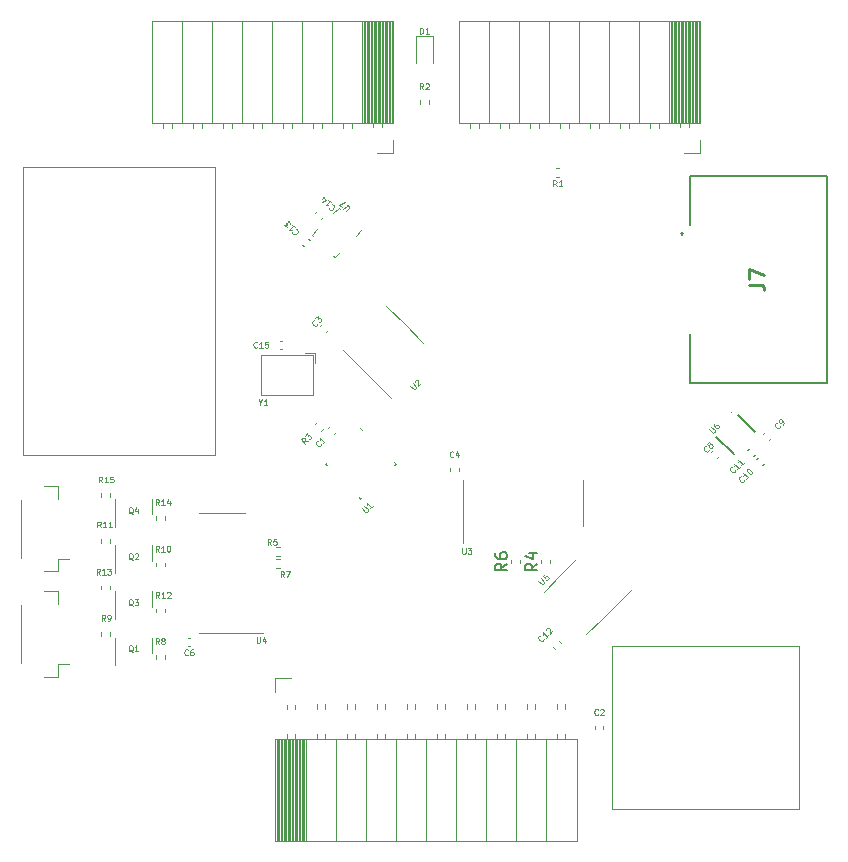
<source format=gbr>
%TF.GenerationSoftware,KiCad,Pcbnew,(6.0.9)*%
%TF.CreationDate,2022-11-26T13:31:22+01:00*%
%TF.ProjectId,MCU_PCB,4d43555f-5043-4422-9e6b-696361645f70,rev?*%
%TF.SameCoordinates,Original*%
%TF.FileFunction,Legend,Top*%
%TF.FilePolarity,Positive*%
%FSLAX46Y46*%
G04 Gerber Fmt 4.6, Leading zero omitted, Abs format (unit mm)*
G04 Created by KiCad (PCBNEW (6.0.9)) date 2022-11-26 13:31:22*
%MOMM*%
%LPD*%
G01*
G04 APERTURE LIST*
%ADD10C,0.125000*%
%ADD11C,0.254000*%
%ADD12C,0.150000*%
%ADD13C,0.120000*%
%ADD14C,0.200000*%
%ADD15C,0.127000*%
%ADD16C,0.100000*%
G04 APERTURE END LIST*
D10*
%TO.C,D1*%
X127088152Y-64970790D02*
X127088152Y-64470790D01*
X127207200Y-64470790D01*
X127278628Y-64494600D01*
X127326247Y-64542219D01*
X127350057Y-64589838D01*
X127373866Y-64685076D01*
X127373866Y-64756504D01*
X127350057Y-64851742D01*
X127326247Y-64899361D01*
X127278628Y-64946980D01*
X127207200Y-64970790D01*
X127088152Y-64970790D01*
X127850057Y-64970790D02*
X127564342Y-64970790D01*
X127707200Y-64970790D02*
X127707200Y-64470790D01*
X127659580Y-64542219D01*
X127611961Y-64589838D01*
X127564342Y-64613647D01*
%TO.C,U5*%
X137108763Y-111272111D02*
X137394973Y-111558321D01*
X137445480Y-111575157D01*
X137479152Y-111575157D01*
X137529660Y-111558321D01*
X137597003Y-111490977D01*
X137613839Y-111440470D01*
X137613839Y-111406798D01*
X137597003Y-111356290D01*
X137310793Y-111070080D01*
X137647511Y-110733363D02*
X137479152Y-110901722D01*
X137630675Y-111086916D01*
X137630675Y-111053245D01*
X137647511Y-111002737D01*
X137731690Y-110918558D01*
X137782198Y-110901722D01*
X137815870Y-110901722D01*
X137866377Y-110918558D01*
X137950557Y-111002737D01*
X137967393Y-111053245D01*
X137967393Y-111086916D01*
X137950557Y-111137424D01*
X137866377Y-111221603D01*
X137815870Y-111238439D01*
X137782198Y-111238439D01*
%TO.C,C12*%
X137572334Y-116223503D02*
X137572334Y-116257175D01*
X137538662Y-116324518D01*
X137504991Y-116358190D01*
X137437647Y-116391862D01*
X137370304Y-116391862D01*
X137319796Y-116375026D01*
X137235617Y-116324518D01*
X137185109Y-116274011D01*
X137134601Y-116189831D01*
X137117766Y-116139324D01*
X137117766Y-116071980D01*
X137151437Y-116004637D01*
X137185109Y-115970965D01*
X137252453Y-115937293D01*
X137286124Y-115937293D01*
X137942724Y-115920457D02*
X137740693Y-116122488D01*
X137841708Y-116021472D02*
X137488155Y-115667919D01*
X137504991Y-115752098D01*
X137504991Y-115819442D01*
X137488155Y-115869950D01*
X137757529Y-115465888D02*
X137757529Y-115432217D01*
X137774365Y-115381709D01*
X137858544Y-115297530D01*
X137909052Y-115280694D01*
X137942724Y-115280694D01*
X137993231Y-115297530D01*
X138026903Y-115331201D01*
X138060575Y-115398545D01*
X138060575Y-115802606D01*
X138279441Y-115583740D01*
%TO.C,C3*%
X118405943Y-89516994D02*
X118405943Y-89550666D01*
X118372271Y-89618009D01*
X118338600Y-89651681D01*
X118271256Y-89685353D01*
X118203912Y-89685353D01*
X118153405Y-89668517D01*
X118069225Y-89618009D01*
X118018718Y-89567502D01*
X117968210Y-89483322D01*
X117951374Y-89432815D01*
X117951374Y-89365471D01*
X117985046Y-89298128D01*
X118018718Y-89264456D01*
X118086061Y-89230784D01*
X118119733Y-89230784D01*
X118203912Y-89079261D02*
X118422779Y-88860395D01*
X118439615Y-89112933D01*
X118490122Y-89062425D01*
X118540630Y-89045590D01*
X118574302Y-89045590D01*
X118624809Y-89062425D01*
X118708989Y-89146605D01*
X118725825Y-89197112D01*
X118725825Y-89230784D01*
X118708989Y-89281292D01*
X118607974Y-89382307D01*
X118557466Y-89399143D01*
X118523794Y-89399143D01*
%TO.C,C2*%
X142156666Y-122606571D02*
X142132857Y-122630380D01*
X142061428Y-122654190D01*
X142013809Y-122654190D01*
X141942380Y-122630380D01*
X141894761Y-122582761D01*
X141870952Y-122535142D01*
X141847142Y-122439904D01*
X141847142Y-122368476D01*
X141870952Y-122273238D01*
X141894761Y-122225619D01*
X141942380Y-122178000D01*
X142013809Y-122154190D01*
X142061428Y-122154190D01*
X142132857Y-122178000D01*
X142156666Y-122201809D01*
X142347142Y-122201809D02*
X142370952Y-122178000D01*
X142418571Y-122154190D01*
X142537619Y-122154190D01*
X142585238Y-122178000D01*
X142609047Y-122201809D01*
X142632857Y-122249428D01*
X142632857Y-122297047D01*
X142609047Y-122368476D01*
X142323333Y-122654190D01*
X142632857Y-122654190D01*
%TO.C,Y1*%
X113579304Y-96203295D02*
X113579304Y-96441390D01*
X113412638Y-95941390D02*
X113579304Y-96203295D01*
X113745971Y-95941390D01*
X114174542Y-96441390D02*
X113888828Y-96441390D01*
X114031685Y-96441390D02*
X114031685Y-95941390D01*
X113984066Y-96012819D01*
X113936447Y-96060438D01*
X113888828Y-96084247D01*
%TO.C,R13*%
X99983171Y-110766990D02*
X99816504Y-110528895D01*
X99697457Y-110766990D02*
X99697457Y-110266990D01*
X99887933Y-110266990D01*
X99935552Y-110290800D01*
X99959361Y-110314609D01*
X99983171Y-110362228D01*
X99983171Y-110433657D01*
X99959361Y-110481276D01*
X99935552Y-110505085D01*
X99887933Y-110528895D01*
X99697457Y-110528895D01*
X100459361Y-110766990D02*
X100173647Y-110766990D01*
X100316504Y-110766990D02*
X100316504Y-110266990D01*
X100268885Y-110338419D01*
X100221266Y-110386038D01*
X100173647Y-110409847D01*
X100626028Y-110266990D02*
X100935552Y-110266990D01*
X100768885Y-110457466D01*
X100840314Y-110457466D01*
X100887933Y-110481276D01*
X100911742Y-110505085D01*
X100935552Y-110552704D01*
X100935552Y-110671752D01*
X100911742Y-110719371D01*
X100887933Y-110743180D01*
X100840314Y-110766990D01*
X100697457Y-110766990D01*
X100649838Y-110743180D01*
X100626028Y-110719371D01*
%TO.C,R1*%
X138651466Y-77899390D02*
X138484800Y-77661295D01*
X138365752Y-77899390D02*
X138365752Y-77399390D01*
X138556228Y-77399390D01*
X138603847Y-77423200D01*
X138627657Y-77447009D01*
X138651466Y-77494628D01*
X138651466Y-77566057D01*
X138627657Y-77613676D01*
X138603847Y-77637485D01*
X138556228Y-77661295D01*
X138365752Y-77661295D01*
X139127657Y-77899390D02*
X138841942Y-77899390D01*
X138984800Y-77899390D02*
X138984800Y-77399390D01*
X138937180Y-77470819D01*
X138889561Y-77518438D01*
X138841942Y-77542247D01*
%TO.C,U2*%
X126257613Y-94792361D02*
X126543823Y-95078571D01*
X126594330Y-95095407D01*
X126628002Y-95095407D01*
X126678510Y-95078571D01*
X126745853Y-95011227D01*
X126762689Y-94960720D01*
X126762689Y-94927048D01*
X126745853Y-94876540D01*
X126459643Y-94590330D01*
X126644838Y-94472479D02*
X126644838Y-94438808D01*
X126661674Y-94388300D01*
X126745853Y-94304121D01*
X126796361Y-94287285D01*
X126830033Y-94287285D01*
X126880540Y-94304121D01*
X126914212Y-94337792D01*
X126947884Y-94405136D01*
X126947884Y-94809197D01*
X127166750Y-94590330D01*
%TO.C,C8*%
X151545872Y-100184063D02*
X151545872Y-100217735D01*
X151512200Y-100285078D01*
X151478529Y-100318750D01*
X151411185Y-100352422D01*
X151343841Y-100352422D01*
X151293334Y-100335586D01*
X151209154Y-100285078D01*
X151158647Y-100234571D01*
X151108139Y-100150391D01*
X151091303Y-100099884D01*
X151091303Y-100032540D01*
X151124975Y-99965197D01*
X151158647Y-99931525D01*
X151225990Y-99897853D01*
X151259662Y-99897853D01*
X151579544Y-99813674D02*
X151529036Y-99830510D01*
X151495364Y-99830510D01*
X151444857Y-99813674D01*
X151428021Y-99796838D01*
X151411185Y-99746330D01*
X151411185Y-99712659D01*
X151428021Y-99662151D01*
X151495364Y-99594807D01*
X151545872Y-99577972D01*
X151579544Y-99577972D01*
X151630051Y-99594807D01*
X151646887Y-99611643D01*
X151663723Y-99662151D01*
X151663723Y-99695823D01*
X151646887Y-99746330D01*
X151579544Y-99813674D01*
X151562708Y-99864181D01*
X151562708Y-99897853D01*
X151579544Y-99948361D01*
X151646887Y-100015704D01*
X151697395Y-100032540D01*
X151731067Y-100032540D01*
X151781574Y-100015704D01*
X151848918Y-99948361D01*
X151865754Y-99897853D01*
X151865754Y-99864181D01*
X151848918Y-99813674D01*
X151781574Y-99746330D01*
X151731067Y-99729494D01*
X151697395Y-99729494D01*
X151646887Y-99746330D01*
%TO.C,R5*%
X114470666Y-108252390D02*
X114304000Y-108014295D01*
X114184952Y-108252390D02*
X114184952Y-107752390D01*
X114375428Y-107752390D01*
X114423047Y-107776200D01*
X114446857Y-107800009D01*
X114470666Y-107847628D01*
X114470666Y-107919057D01*
X114446857Y-107966676D01*
X114423047Y-107990485D01*
X114375428Y-108014295D01*
X114184952Y-108014295D01*
X114923047Y-107752390D02*
X114684952Y-107752390D01*
X114661142Y-107990485D01*
X114684952Y-107966676D01*
X114732571Y-107942866D01*
X114851619Y-107942866D01*
X114899238Y-107966676D01*
X114923047Y-107990485D01*
X114946857Y-108038104D01*
X114946857Y-108157152D01*
X114923047Y-108204771D01*
X114899238Y-108228580D01*
X114851619Y-108252390D01*
X114732571Y-108252390D01*
X114684952Y-108228580D01*
X114661142Y-108204771D01*
%TO.C,R7*%
X115562866Y-110995590D02*
X115396200Y-110757495D01*
X115277152Y-110995590D02*
X115277152Y-110495590D01*
X115467628Y-110495590D01*
X115515247Y-110519400D01*
X115539057Y-110543209D01*
X115562866Y-110590828D01*
X115562866Y-110662257D01*
X115539057Y-110709876D01*
X115515247Y-110733685D01*
X115467628Y-110757495D01*
X115277152Y-110757495D01*
X115729533Y-110495590D02*
X116062866Y-110495590D01*
X115848580Y-110995590D01*
%TO.C,U4*%
X113258647Y-116058190D02*
X113258647Y-116462952D01*
X113282457Y-116510571D01*
X113306266Y-116534380D01*
X113353885Y-116558190D01*
X113449123Y-116558190D01*
X113496742Y-116534380D01*
X113520552Y-116510571D01*
X113544361Y-116462952D01*
X113544361Y-116058190D01*
X113996742Y-116224857D02*
X113996742Y-116558190D01*
X113877695Y-116034380D02*
X113758647Y-116391523D01*
X114068171Y-116391523D01*
%TO.C,Q3*%
X102771580Y-113405409D02*
X102723961Y-113381600D01*
X102676342Y-113333980D01*
X102604914Y-113262552D01*
X102557295Y-113238742D01*
X102509676Y-113238742D01*
X102533485Y-113357790D02*
X102485866Y-113333980D01*
X102438247Y-113286361D01*
X102414438Y-113191123D01*
X102414438Y-113024457D01*
X102438247Y-112929219D01*
X102485866Y-112881600D01*
X102533485Y-112857790D01*
X102628723Y-112857790D01*
X102676342Y-112881600D01*
X102723961Y-112929219D01*
X102747771Y-113024457D01*
X102747771Y-113191123D01*
X102723961Y-113286361D01*
X102676342Y-113333980D01*
X102628723Y-113357790D01*
X102533485Y-113357790D01*
X102914438Y-112857790D02*
X103223961Y-112857790D01*
X103057295Y-113048266D01*
X103128723Y-113048266D01*
X103176342Y-113072076D01*
X103200152Y-113095885D01*
X103223961Y-113143504D01*
X103223961Y-113262552D01*
X103200152Y-113310171D01*
X103176342Y-113333980D01*
X103128723Y-113357790D01*
X102985866Y-113357790D01*
X102938247Y-113333980D01*
X102914438Y-113310171D01*
%TO.C,Q4*%
X102771580Y-105633009D02*
X102723961Y-105609200D01*
X102676342Y-105561580D01*
X102604914Y-105490152D01*
X102557295Y-105466342D01*
X102509676Y-105466342D01*
X102533485Y-105585390D02*
X102485866Y-105561580D01*
X102438247Y-105513961D01*
X102414438Y-105418723D01*
X102414438Y-105252057D01*
X102438247Y-105156819D01*
X102485866Y-105109200D01*
X102533485Y-105085390D01*
X102628723Y-105085390D01*
X102676342Y-105109200D01*
X102723961Y-105156819D01*
X102747771Y-105252057D01*
X102747771Y-105418723D01*
X102723961Y-105513961D01*
X102676342Y-105561580D01*
X102628723Y-105585390D01*
X102533485Y-105585390D01*
X103176342Y-105252057D02*
X103176342Y-105585390D01*
X103057295Y-105061580D02*
X102938247Y-105418723D01*
X103247771Y-105418723D01*
%TO.C,C9*%
X157591072Y-98202864D02*
X157591072Y-98236536D01*
X157557400Y-98303879D01*
X157523729Y-98337551D01*
X157456385Y-98371223D01*
X157389041Y-98371223D01*
X157338534Y-98354387D01*
X157254354Y-98303879D01*
X157203847Y-98253372D01*
X157153339Y-98169192D01*
X157136503Y-98118685D01*
X157136503Y-98051341D01*
X157170175Y-97983998D01*
X157203847Y-97950326D01*
X157271190Y-97916654D01*
X157304862Y-97916654D01*
X157793103Y-98068177D02*
X157860446Y-98000834D01*
X157877282Y-97950326D01*
X157877282Y-97916654D01*
X157860446Y-97832475D01*
X157809938Y-97748295D01*
X157675251Y-97613608D01*
X157624744Y-97596773D01*
X157591072Y-97596773D01*
X157540564Y-97613608D01*
X157473221Y-97680952D01*
X157456385Y-97731460D01*
X157456385Y-97765131D01*
X157473221Y-97815639D01*
X157557400Y-97899818D01*
X157607908Y-97916654D01*
X157641580Y-97916654D01*
X157692087Y-97899818D01*
X157759431Y-97832475D01*
X157776267Y-97781967D01*
X157776267Y-97748295D01*
X157759431Y-97697788D01*
%TO.C,R14*%
X104986971Y-104899590D02*
X104820304Y-104661495D01*
X104701257Y-104899590D02*
X104701257Y-104399590D01*
X104891733Y-104399590D01*
X104939352Y-104423400D01*
X104963161Y-104447209D01*
X104986971Y-104494828D01*
X104986971Y-104566257D01*
X104963161Y-104613876D01*
X104939352Y-104637685D01*
X104891733Y-104661495D01*
X104701257Y-104661495D01*
X105463161Y-104899590D02*
X105177447Y-104899590D01*
X105320304Y-104899590D02*
X105320304Y-104399590D01*
X105272685Y-104471019D01*
X105225066Y-104518638D01*
X105177447Y-104542447D01*
X105891733Y-104566257D02*
X105891733Y-104899590D01*
X105772685Y-104375780D02*
X105653638Y-104732923D01*
X105963161Y-104732923D01*
%TO.C,R10*%
X104986971Y-108836590D02*
X104820304Y-108598495D01*
X104701257Y-108836590D02*
X104701257Y-108336590D01*
X104891733Y-108336590D01*
X104939352Y-108360400D01*
X104963161Y-108384209D01*
X104986971Y-108431828D01*
X104986971Y-108503257D01*
X104963161Y-108550876D01*
X104939352Y-108574685D01*
X104891733Y-108598495D01*
X104701257Y-108598495D01*
X105463161Y-108836590D02*
X105177447Y-108836590D01*
X105320304Y-108836590D02*
X105320304Y-108336590D01*
X105272685Y-108408019D01*
X105225066Y-108455638D01*
X105177447Y-108479447D01*
X105772685Y-108336590D02*
X105820304Y-108336590D01*
X105867923Y-108360400D01*
X105891733Y-108384209D01*
X105915542Y-108431828D01*
X105939352Y-108527066D01*
X105939352Y-108646114D01*
X105915542Y-108741352D01*
X105891733Y-108788971D01*
X105867923Y-108812780D01*
X105820304Y-108836590D01*
X105772685Y-108836590D01*
X105725066Y-108812780D01*
X105701257Y-108788971D01*
X105677447Y-108741352D01*
X105653638Y-108646114D01*
X105653638Y-108527066D01*
X105677447Y-108431828D01*
X105701257Y-108384209D01*
X105725066Y-108360400D01*
X105772685Y-108336590D01*
%TO.C,C6*%
X107437466Y-117551971D02*
X107413657Y-117575780D01*
X107342228Y-117599590D01*
X107294609Y-117599590D01*
X107223180Y-117575780D01*
X107175561Y-117528161D01*
X107151752Y-117480542D01*
X107127942Y-117385304D01*
X107127942Y-117313876D01*
X107151752Y-117218638D01*
X107175561Y-117171019D01*
X107223180Y-117123400D01*
X107294609Y-117099590D01*
X107342228Y-117099590D01*
X107413657Y-117123400D01*
X107437466Y-117147209D01*
X107866038Y-117099590D02*
X107770800Y-117099590D01*
X107723180Y-117123400D01*
X107699371Y-117147209D01*
X107651752Y-117218638D01*
X107627942Y-117313876D01*
X107627942Y-117504352D01*
X107651752Y-117551971D01*
X107675561Y-117575780D01*
X107723180Y-117599590D01*
X107818419Y-117599590D01*
X107866038Y-117575780D01*
X107889847Y-117551971D01*
X107913657Y-117504352D01*
X107913657Y-117385304D01*
X107889847Y-117337685D01*
X107866038Y-117313876D01*
X107818419Y-117290066D01*
X107723180Y-117290066D01*
X107675561Y-117313876D01*
X107651752Y-117337685D01*
X107627942Y-117385304D01*
%TO.C,R8*%
X104996466Y-116659790D02*
X104829800Y-116421695D01*
X104710752Y-116659790D02*
X104710752Y-116159790D01*
X104901228Y-116159790D01*
X104948847Y-116183600D01*
X104972657Y-116207409D01*
X104996466Y-116255028D01*
X104996466Y-116326457D01*
X104972657Y-116374076D01*
X104948847Y-116397885D01*
X104901228Y-116421695D01*
X104710752Y-116421695D01*
X105282180Y-116374076D02*
X105234561Y-116350266D01*
X105210752Y-116326457D01*
X105186942Y-116278838D01*
X105186942Y-116255028D01*
X105210752Y-116207409D01*
X105234561Y-116183600D01*
X105282180Y-116159790D01*
X105377419Y-116159790D01*
X105425038Y-116183600D01*
X105448847Y-116207409D01*
X105472657Y-116255028D01*
X105472657Y-116278838D01*
X105448847Y-116326457D01*
X105425038Y-116350266D01*
X105377419Y-116374076D01*
X105282180Y-116374076D01*
X105234561Y-116397885D01*
X105210752Y-116421695D01*
X105186942Y-116469314D01*
X105186942Y-116564552D01*
X105210752Y-116612171D01*
X105234561Y-116635980D01*
X105282180Y-116659790D01*
X105377419Y-116659790D01*
X105425038Y-116635980D01*
X105448847Y-116612171D01*
X105472657Y-116564552D01*
X105472657Y-116469314D01*
X105448847Y-116421695D01*
X105425038Y-116397885D01*
X105377419Y-116374076D01*
%TO.C,C14*%
X119641116Y-79431238D02*
X119674788Y-79431238D01*
X119742131Y-79464910D01*
X119775803Y-79498581D01*
X119809475Y-79565925D01*
X119809475Y-79633268D01*
X119792639Y-79683776D01*
X119742131Y-79767955D01*
X119691624Y-79818463D01*
X119607444Y-79868971D01*
X119556937Y-79885806D01*
X119489593Y-79885806D01*
X119422250Y-79852135D01*
X119388578Y-79818463D01*
X119354906Y-79751119D01*
X119354906Y-79717448D01*
X119338070Y-79060848D02*
X119540101Y-79262879D01*
X119439085Y-79161864D02*
X119085532Y-79515417D01*
X119169711Y-79498581D01*
X119237055Y-79498581D01*
X119287563Y-79515417D01*
X118799322Y-78993505D02*
X119035024Y-78757803D01*
X118748814Y-79212371D02*
X119085532Y-79044013D01*
X118866666Y-78825146D01*
%TO.C,Q2*%
X102771580Y-109519209D02*
X102723961Y-109495400D01*
X102676342Y-109447780D01*
X102604914Y-109376352D01*
X102557295Y-109352542D01*
X102509676Y-109352542D01*
X102533485Y-109471590D02*
X102485866Y-109447780D01*
X102438247Y-109400161D01*
X102414438Y-109304923D01*
X102414438Y-109138257D01*
X102438247Y-109043019D01*
X102485866Y-108995400D01*
X102533485Y-108971590D01*
X102628723Y-108971590D01*
X102676342Y-108995400D01*
X102723961Y-109043019D01*
X102747771Y-109138257D01*
X102747771Y-109304923D01*
X102723961Y-109400161D01*
X102676342Y-109447780D01*
X102628723Y-109471590D01*
X102533485Y-109471590D01*
X102938247Y-109019209D02*
X102962057Y-108995400D01*
X103009676Y-108971590D01*
X103128723Y-108971590D01*
X103176342Y-108995400D01*
X103200152Y-109019209D01*
X103223961Y-109066828D01*
X103223961Y-109114447D01*
X103200152Y-109185876D01*
X102914438Y-109471590D01*
X103223961Y-109471590D01*
%TO.C,C4*%
X129913866Y-100787971D02*
X129890057Y-100811780D01*
X129818628Y-100835590D01*
X129771009Y-100835590D01*
X129699580Y-100811780D01*
X129651961Y-100764161D01*
X129628152Y-100716542D01*
X129604342Y-100621304D01*
X129604342Y-100549876D01*
X129628152Y-100454638D01*
X129651961Y-100407019D01*
X129699580Y-100359400D01*
X129771009Y-100335590D01*
X129818628Y-100335590D01*
X129890057Y-100359400D01*
X129913866Y-100383209D01*
X130342438Y-100502257D02*
X130342438Y-100835590D01*
X130223390Y-100311780D02*
X130104342Y-100668923D01*
X130413866Y-100668923D01*
%TO.C,C15*%
X113292771Y-91516971D02*
X113268961Y-91540780D01*
X113197533Y-91564590D01*
X113149914Y-91564590D01*
X113078485Y-91540780D01*
X113030866Y-91493161D01*
X113007057Y-91445542D01*
X112983247Y-91350304D01*
X112983247Y-91278876D01*
X113007057Y-91183638D01*
X113030866Y-91136019D01*
X113078485Y-91088400D01*
X113149914Y-91064590D01*
X113197533Y-91064590D01*
X113268961Y-91088400D01*
X113292771Y-91112209D01*
X113768961Y-91564590D02*
X113483247Y-91564590D01*
X113626104Y-91564590D02*
X113626104Y-91064590D01*
X113578485Y-91136019D01*
X113530866Y-91183638D01*
X113483247Y-91207447D01*
X114221342Y-91064590D02*
X113983247Y-91064590D01*
X113959438Y-91302685D01*
X113983247Y-91278876D01*
X114030866Y-91255066D01*
X114149914Y-91255066D01*
X114197533Y-91278876D01*
X114221342Y-91302685D01*
X114245152Y-91350304D01*
X114245152Y-91469352D01*
X114221342Y-91516971D01*
X114197533Y-91540780D01*
X114149914Y-91564590D01*
X114030866Y-91564590D01*
X113983247Y-91540780D01*
X113959438Y-91516971D01*
D11*
%TO.C,J7*%
X154964523Y-86223333D02*
X155871666Y-86223333D01*
X156053095Y-86283809D01*
X156174047Y-86404761D01*
X156234523Y-86586190D01*
X156234523Y-86707142D01*
X154964523Y-85739523D02*
X154964523Y-84892857D01*
X156234523Y-85437142D01*
D10*
%TO.C,U1*%
X122168213Y-105155561D02*
X122454423Y-105441771D01*
X122504930Y-105458607D01*
X122538602Y-105458607D01*
X122589110Y-105441771D01*
X122656453Y-105374427D01*
X122673289Y-105323920D01*
X122673289Y-105290248D01*
X122656453Y-105239740D01*
X122370243Y-104953530D01*
X123077350Y-104953530D02*
X122875320Y-105155561D01*
X122976335Y-105054546D02*
X122622782Y-104700992D01*
X122639617Y-104785172D01*
X122639617Y-104852515D01*
X122622782Y-104903023D01*
D12*
%TO.C,R4*%
X137006530Y-109839016D02*
X136530340Y-110172350D01*
X137006530Y-110410445D02*
X136006530Y-110410445D01*
X136006530Y-110029492D01*
X136054150Y-109934254D01*
X136101769Y-109886635D01*
X136197007Y-109839016D01*
X136339864Y-109839016D01*
X136435102Y-109886635D01*
X136482721Y-109934254D01*
X136530340Y-110029492D01*
X136530340Y-110410445D01*
X136339864Y-108981873D02*
X137006530Y-108981873D01*
X135958911Y-109219969D02*
X136673197Y-109458064D01*
X136673197Y-108839016D01*
D10*
%TO.C,C1*%
X118710743Y-99727793D02*
X118710743Y-99761465D01*
X118677071Y-99828808D01*
X118643400Y-99862480D01*
X118576056Y-99896152D01*
X118508712Y-99896152D01*
X118458205Y-99879316D01*
X118374025Y-99828808D01*
X118323518Y-99778301D01*
X118273010Y-99694121D01*
X118256174Y-99643614D01*
X118256174Y-99576270D01*
X118289846Y-99508927D01*
X118323518Y-99475255D01*
X118390861Y-99441583D01*
X118424533Y-99441583D01*
X119081132Y-99424747D02*
X118879102Y-99626778D01*
X118980117Y-99525763D02*
X118626564Y-99172209D01*
X118643400Y-99256389D01*
X118643400Y-99323732D01*
X118626564Y-99374240D01*
%TO.C,R15*%
X100186371Y-102969190D02*
X100019704Y-102731095D01*
X99900657Y-102969190D02*
X99900657Y-102469190D01*
X100091133Y-102469190D01*
X100138752Y-102493000D01*
X100162561Y-102516809D01*
X100186371Y-102564428D01*
X100186371Y-102635857D01*
X100162561Y-102683476D01*
X100138752Y-102707285D01*
X100091133Y-102731095D01*
X99900657Y-102731095D01*
X100662561Y-102969190D02*
X100376847Y-102969190D01*
X100519704Y-102969190D02*
X100519704Y-102469190D01*
X100472085Y-102540619D01*
X100424466Y-102588238D01*
X100376847Y-102612047D01*
X101114942Y-102469190D02*
X100876847Y-102469190D01*
X100853038Y-102707285D01*
X100876847Y-102683476D01*
X100924466Y-102659666D01*
X101043514Y-102659666D01*
X101091133Y-102683476D01*
X101114942Y-102707285D01*
X101138752Y-102754904D01*
X101138752Y-102873952D01*
X101114942Y-102921571D01*
X101091133Y-102945380D01*
X101043514Y-102969190D01*
X100924466Y-102969190D01*
X100876847Y-102945380D01*
X100853038Y-102921571D01*
%TO.C,U6*%
X151548942Y-98449030D02*
X151835152Y-98735240D01*
X151885659Y-98752076D01*
X151919331Y-98752076D01*
X151969839Y-98735240D01*
X152037182Y-98667896D01*
X152054018Y-98617389D01*
X152054018Y-98583717D01*
X152037182Y-98533209D01*
X151750972Y-98246999D01*
X152070854Y-97927118D02*
X152003511Y-97994461D01*
X151986675Y-98044969D01*
X151986675Y-98078641D01*
X152003511Y-98162820D01*
X152054018Y-98246999D01*
X152188705Y-98381686D01*
X152239213Y-98398522D01*
X152272885Y-98398522D01*
X152323392Y-98381686D01*
X152390736Y-98314343D01*
X152407572Y-98263835D01*
X152407572Y-98230164D01*
X152390736Y-98179656D01*
X152306556Y-98095477D01*
X152256049Y-98078641D01*
X152222377Y-98078641D01*
X152171869Y-98095477D01*
X152104526Y-98162820D01*
X152087690Y-98213328D01*
X152087690Y-98246999D01*
X152104526Y-98297507D01*
%TO.C,R2*%
X127373866Y-69669790D02*
X127207200Y-69431695D01*
X127088152Y-69669790D02*
X127088152Y-69169790D01*
X127278628Y-69169790D01*
X127326247Y-69193600D01*
X127350057Y-69217409D01*
X127373866Y-69265028D01*
X127373866Y-69336457D01*
X127350057Y-69384076D01*
X127326247Y-69407885D01*
X127278628Y-69431695D01*
X127088152Y-69431695D01*
X127564342Y-69217409D02*
X127588152Y-69193600D01*
X127635771Y-69169790D01*
X127754819Y-69169790D01*
X127802438Y-69193600D01*
X127826247Y-69217409D01*
X127850057Y-69265028D01*
X127850057Y-69312647D01*
X127826247Y-69384076D01*
X127540533Y-69669790D01*
X127850057Y-69669790D01*
%TO.C,C13*%
X116576386Y-81516152D02*
X116610058Y-81516152D01*
X116677401Y-81549824D01*
X116711073Y-81583495D01*
X116744745Y-81650839D01*
X116744745Y-81718182D01*
X116727909Y-81768690D01*
X116677401Y-81852869D01*
X116626894Y-81903377D01*
X116542714Y-81953885D01*
X116492207Y-81970720D01*
X116424863Y-81970720D01*
X116357520Y-81937049D01*
X116323848Y-81903377D01*
X116290176Y-81836033D01*
X116290176Y-81802362D01*
X116273340Y-81145762D02*
X116475371Y-81347793D01*
X116374355Y-81246778D02*
X116020802Y-81600331D01*
X116104981Y-81583495D01*
X116172325Y-81583495D01*
X116222833Y-81600331D01*
X115801936Y-81381465D02*
X115583069Y-81162598D01*
X115835607Y-81145762D01*
X115785100Y-81095255D01*
X115768264Y-81044747D01*
X115768264Y-81011075D01*
X115785100Y-80960568D01*
X115869279Y-80876388D01*
X115919787Y-80859553D01*
X115953458Y-80859553D01*
X116003966Y-80876388D01*
X116104981Y-80977404D01*
X116121817Y-81027911D01*
X116121817Y-81061583D01*
D12*
%TO.C,R6*%
X134441130Y-109839016D02*
X133964940Y-110172350D01*
X134441130Y-110410445D02*
X133441130Y-110410445D01*
X133441130Y-110029492D01*
X133488750Y-109934254D01*
X133536369Y-109886635D01*
X133631607Y-109839016D01*
X133774464Y-109839016D01*
X133869702Y-109886635D01*
X133917321Y-109934254D01*
X133964940Y-110029492D01*
X133964940Y-110410445D01*
X133441130Y-108981873D02*
X133441130Y-109172350D01*
X133488750Y-109267588D01*
X133536369Y-109315207D01*
X133679226Y-109410445D01*
X133869702Y-109458064D01*
X134250654Y-109458064D01*
X134345892Y-109410445D01*
X134393511Y-109362826D01*
X134441130Y-109267588D01*
X134441130Y-109077111D01*
X134393511Y-108981873D01*
X134345892Y-108934254D01*
X134250654Y-108886635D01*
X134012559Y-108886635D01*
X133917321Y-108934254D01*
X133869702Y-108981873D01*
X133822083Y-109077111D01*
X133822083Y-109267588D01*
X133869702Y-109362826D01*
X133917321Y-109410445D01*
X134012559Y-109458064D01*
D10*
%TO.C,C11*%
X153790513Y-101927222D02*
X153790513Y-101960894D01*
X153756841Y-102028237D01*
X153723170Y-102061909D01*
X153655826Y-102095581D01*
X153588483Y-102095581D01*
X153537975Y-102078745D01*
X153453796Y-102028237D01*
X153403288Y-101977730D01*
X153352780Y-101893550D01*
X153335945Y-101843043D01*
X153335945Y-101775699D01*
X153369616Y-101708356D01*
X153403288Y-101674684D01*
X153470632Y-101641012D01*
X153504303Y-101641012D01*
X154160903Y-101624176D02*
X153958872Y-101826207D01*
X154059887Y-101725191D02*
X153706334Y-101371638D01*
X153723170Y-101455817D01*
X153723170Y-101523161D01*
X153706334Y-101573669D01*
X154497620Y-101287459D02*
X154295590Y-101489489D01*
X154396605Y-101388474D02*
X154043051Y-101034920D01*
X154059887Y-101119100D01*
X154059887Y-101186443D01*
X154043051Y-101236951D01*
%TO.C,R12*%
X105012371Y-112748190D02*
X104845704Y-112510095D01*
X104726657Y-112748190D02*
X104726657Y-112248190D01*
X104917133Y-112248190D01*
X104964752Y-112272000D01*
X104988561Y-112295809D01*
X105012371Y-112343428D01*
X105012371Y-112414857D01*
X104988561Y-112462476D01*
X104964752Y-112486285D01*
X104917133Y-112510095D01*
X104726657Y-112510095D01*
X105488561Y-112748190D02*
X105202847Y-112748190D01*
X105345704Y-112748190D02*
X105345704Y-112248190D01*
X105298085Y-112319619D01*
X105250466Y-112367238D01*
X105202847Y-112391047D01*
X105679038Y-112295809D02*
X105702847Y-112272000D01*
X105750466Y-112248190D01*
X105869514Y-112248190D01*
X105917133Y-112272000D01*
X105940942Y-112295809D01*
X105964752Y-112343428D01*
X105964752Y-112391047D01*
X105940942Y-112462476D01*
X105655228Y-112748190D01*
X105964752Y-112748190D01*
%TO.C,Q1*%
X102771580Y-117317009D02*
X102723961Y-117293200D01*
X102676342Y-117245580D01*
X102604914Y-117174152D01*
X102557295Y-117150342D01*
X102509676Y-117150342D01*
X102533485Y-117269390D02*
X102485866Y-117245580D01*
X102438247Y-117197961D01*
X102414438Y-117102723D01*
X102414438Y-116936057D01*
X102438247Y-116840819D01*
X102485866Y-116793200D01*
X102533485Y-116769390D01*
X102628723Y-116769390D01*
X102676342Y-116793200D01*
X102723961Y-116840819D01*
X102747771Y-116936057D01*
X102747771Y-117102723D01*
X102723961Y-117197961D01*
X102676342Y-117245580D01*
X102628723Y-117269390D01*
X102533485Y-117269390D01*
X103223961Y-117269390D02*
X102938247Y-117269390D01*
X103081104Y-117269390D02*
X103081104Y-116769390D01*
X103033485Y-116840819D01*
X102985866Y-116888438D01*
X102938247Y-116912247D01*
%TO.C,U7*%
X120790082Y-80009173D02*
X121076292Y-79722963D01*
X121093128Y-79672456D01*
X121093128Y-79638784D01*
X121076292Y-79588276D01*
X121008948Y-79520933D01*
X120958441Y-79504097D01*
X120924769Y-79504097D01*
X120874261Y-79520933D01*
X120588051Y-79807143D01*
X120453364Y-79672456D02*
X120217662Y-79436753D01*
X120722738Y-79234723D01*
%TO.C,U3*%
X130657647Y-108514390D02*
X130657647Y-108919152D01*
X130681457Y-108966771D01*
X130705266Y-108990580D01*
X130752885Y-109014390D01*
X130848123Y-109014390D01*
X130895742Y-108990580D01*
X130919552Y-108966771D01*
X130943361Y-108919152D01*
X130943361Y-108514390D01*
X131133838Y-108514390D02*
X131443361Y-108514390D01*
X131276695Y-108704866D01*
X131348123Y-108704866D01*
X131395742Y-108728676D01*
X131419552Y-108752485D01*
X131443361Y-108800104D01*
X131443361Y-108919152D01*
X131419552Y-108966771D01*
X131395742Y-108990580D01*
X131348123Y-109014390D01*
X131205266Y-109014390D01*
X131157647Y-108990580D01*
X131133838Y-108966771D01*
%TO.C,R11*%
X100059371Y-106779190D02*
X99892704Y-106541095D01*
X99773657Y-106779190D02*
X99773657Y-106279190D01*
X99964133Y-106279190D01*
X100011752Y-106303000D01*
X100035561Y-106326809D01*
X100059371Y-106374428D01*
X100059371Y-106445857D01*
X100035561Y-106493476D01*
X100011752Y-106517285D01*
X99964133Y-106541095D01*
X99773657Y-106541095D01*
X100535561Y-106779190D02*
X100249847Y-106779190D01*
X100392704Y-106779190D02*
X100392704Y-106279190D01*
X100345085Y-106350619D01*
X100297466Y-106398238D01*
X100249847Y-106422047D01*
X101011752Y-106779190D02*
X100726038Y-106779190D01*
X100868895Y-106779190D02*
X100868895Y-106279190D01*
X100821276Y-106350619D01*
X100773657Y-106398238D01*
X100726038Y-106422047D01*
%TO.C,R9*%
X100424466Y-114678590D02*
X100257800Y-114440495D01*
X100138752Y-114678590D02*
X100138752Y-114178590D01*
X100329228Y-114178590D01*
X100376847Y-114202400D01*
X100400657Y-114226209D01*
X100424466Y-114273828D01*
X100424466Y-114345257D01*
X100400657Y-114392876D01*
X100376847Y-114416685D01*
X100329228Y-114440495D01*
X100138752Y-114440495D01*
X100662561Y-114678590D02*
X100757800Y-114678590D01*
X100805419Y-114654780D01*
X100829228Y-114630971D01*
X100876847Y-114559542D01*
X100900657Y-114464304D01*
X100900657Y-114273828D01*
X100876847Y-114226209D01*
X100853038Y-114202400D01*
X100805419Y-114178590D01*
X100710180Y-114178590D01*
X100662561Y-114202400D01*
X100638752Y-114226209D01*
X100614942Y-114273828D01*
X100614942Y-114392876D01*
X100638752Y-114440495D01*
X100662561Y-114464304D01*
X100710180Y-114488114D01*
X100805419Y-114488114D01*
X100853038Y-114464304D01*
X100876847Y-114440495D01*
X100900657Y-114392876D01*
%TO.C,C10*%
X154552513Y-102740022D02*
X154552513Y-102773694D01*
X154518841Y-102841037D01*
X154485170Y-102874709D01*
X154417826Y-102908381D01*
X154350483Y-102908381D01*
X154299975Y-102891545D01*
X154215796Y-102841037D01*
X154165288Y-102790530D01*
X154114780Y-102706350D01*
X154097945Y-102655843D01*
X154097945Y-102588499D01*
X154131616Y-102521156D01*
X154165288Y-102487484D01*
X154232632Y-102453812D01*
X154266303Y-102453812D01*
X154922903Y-102436976D02*
X154720872Y-102639007D01*
X154821887Y-102537991D02*
X154468334Y-102184438D01*
X154485170Y-102268617D01*
X154485170Y-102335961D01*
X154468334Y-102386469D01*
X154788216Y-101864556D02*
X154821887Y-101830885D01*
X154872395Y-101814049D01*
X154906067Y-101814049D01*
X154956574Y-101830885D01*
X155040754Y-101881392D01*
X155124933Y-101965572D01*
X155175441Y-102049751D01*
X155192277Y-102100259D01*
X155192277Y-102133930D01*
X155175441Y-102184438D01*
X155141769Y-102218110D01*
X155091261Y-102234946D01*
X155057590Y-102234946D01*
X155007082Y-102218110D01*
X154922903Y-102167602D01*
X154838723Y-102083423D01*
X154788216Y-101999243D01*
X154771380Y-101948736D01*
X154771380Y-101915064D01*
X154788216Y-101864556D01*
%TO.C,R3*%
X117576014Y-99482066D02*
X117289804Y-99431558D01*
X117373983Y-99684096D02*
X117020430Y-99330543D01*
X117155117Y-99195856D01*
X117205624Y-99179020D01*
X117239296Y-99179020D01*
X117289804Y-99195856D01*
X117340311Y-99246364D01*
X117357147Y-99296871D01*
X117357147Y-99330543D01*
X117340311Y-99381051D01*
X117205624Y-99515738D01*
X117340311Y-99010661D02*
X117559178Y-98791795D01*
X117576014Y-99044333D01*
X117626521Y-98993825D01*
X117677029Y-98976990D01*
X117710701Y-98976990D01*
X117761208Y-98993825D01*
X117845388Y-99078005D01*
X117862224Y-99128512D01*
X117862224Y-99162184D01*
X117845388Y-99212692D01*
X117744373Y-99313707D01*
X117693865Y-99330543D01*
X117660193Y-99330543D01*
D13*
%TO.C,D1*%
X128185000Y-67450000D02*
X128185000Y-65165000D01*
X128185000Y-65165000D02*
X126715000Y-65165000D01*
X126715000Y-65165000D02*
X126715000Y-67450000D01*
%TO.C,U5*%
X142556943Y-114454343D02*
X144996462Y-112014825D01*
X138936557Y-110833957D02*
X140315415Y-109455098D01*
X142556943Y-114454343D02*
X141178085Y-115833202D01*
X138936557Y-110833957D02*
X137557698Y-112212815D01*
%TO.C,J6*%
X96417000Y-110507000D02*
X96417000Y-109457000D01*
X96417000Y-109457000D02*
X97407000Y-109457000D01*
X93297000Y-109337000D02*
X93297000Y-104457000D01*
X95267000Y-103287000D02*
X96417000Y-103287000D01*
X96417000Y-103287000D02*
X96417000Y-104337000D01*
X95267000Y-110507000D02*
X96417000Y-110507000D01*
%TO.C,BT1*%
X109660000Y-100612000D02*
X93460000Y-100612000D01*
X109688000Y-100612000D02*
X109688000Y-76228000D01*
X109660000Y-76228000D02*
X93460000Y-76228000D01*
X93432000Y-76228000D02*
X93432000Y-100612000D01*
%TO.C,C12*%
X138383940Y-116937257D02*
X138536443Y-117089760D01*
X138893057Y-116428140D02*
X139045560Y-116580643D01*
%TO.C,C3*%
X118795293Y-89585190D02*
X118642790Y-89737693D01*
X119304410Y-90094307D02*
X119151907Y-90246810D01*
%TO.C,C2*%
X141880000Y-123805836D02*
X141880000Y-123590164D01*
X142600000Y-123805836D02*
X142600000Y-123590164D01*
%TO.C,J1*%
X139370000Y-124675000D02*
X139370000Y-124265000D01*
X140340000Y-133305000D02*
X140340000Y-124675000D01*
X126670000Y-122165000D02*
X126670000Y-121725000D01*
X116475235Y-133305000D02*
X116475235Y-124675000D01*
X119050000Y-124675000D02*
X119050000Y-124265000D01*
X115884760Y-133305000D02*
X115884760Y-124675000D01*
X129210000Y-122165000D02*
X129210000Y-121725000D01*
X114820000Y-119565000D02*
X116150000Y-119565000D01*
X123410000Y-122165000D02*
X123410000Y-121725000D01*
X131030000Y-122165000D02*
X131030000Y-121725000D01*
X128490000Y-122165000D02*
X128490000Y-121725000D01*
X116357140Y-133305000D02*
X116357140Y-124675000D01*
X131750000Y-124675000D02*
X131750000Y-124265000D01*
X115766665Y-133305000D02*
X115766665Y-124675000D01*
X127580000Y-133305000D02*
X127580000Y-124675000D01*
X115648570Y-133305000D02*
X115648570Y-124675000D01*
X125950000Y-124675000D02*
X125950000Y-124265000D01*
X119050000Y-122165000D02*
X119050000Y-121725000D01*
X136830000Y-122165000D02*
X136830000Y-121725000D01*
X116002855Y-133305000D02*
X116002855Y-124675000D01*
X116510000Y-122165000D02*
X116510000Y-121785000D01*
X121590000Y-124675000D02*
X121590000Y-124265000D01*
X131030000Y-124675000D02*
X131030000Y-124265000D01*
X138650000Y-124675000D02*
X138650000Y-124265000D01*
X121590000Y-122165000D02*
X121590000Y-121725000D01*
X136110000Y-122165000D02*
X136110000Y-121725000D01*
X136830000Y-124675000D02*
X136830000Y-124265000D01*
X129210000Y-124675000D02*
X129210000Y-124265000D01*
X125950000Y-122165000D02*
X125950000Y-121725000D01*
X132660000Y-133305000D02*
X132660000Y-124675000D01*
X120870000Y-122165000D02*
X120870000Y-121725000D01*
X122500000Y-133305000D02*
X122500000Y-124675000D01*
X115412380Y-133305000D02*
X115412380Y-124675000D01*
X116593330Y-133305000D02*
X116593330Y-124675000D01*
X115294285Y-133305000D02*
X115294285Y-124675000D01*
X134290000Y-124675000D02*
X134290000Y-124265000D01*
X125040000Y-133305000D02*
X125040000Y-124675000D01*
X115790000Y-124675000D02*
X115790000Y-124265000D01*
X116711425Y-133305000D02*
X116711425Y-124675000D01*
X117420000Y-133305000D02*
X117420000Y-124675000D01*
X119960000Y-133305000D02*
X119960000Y-124675000D01*
X114940000Y-133305000D02*
X114940000Y-124675000D01*
X117065710Y-133305000D02*
X117065710Y-124675000D01*
X116947615Y-133305000D02*
X116947615Y-124675000D01*
X117301900Y-133305000D02*
X117301900Y-124675000D01*
X115058095Y-133305000D02*
X115058095Y-124675000D01*
X116510000Y-124675000D02*
X116510000Y-124265000D01*
X133570000Y-124675000D02*
X133570000Y-124265000D01*
X123410000Y-124675000D02*
X123410000Y-124265000D01*
X114820000Y-133305000D02*
X140340000Y-133305000D01*
X134290000Y-122165000D02*
X134290000Y-121725000D01*
X131750000Y-122165000D02*
X131750000Y-121725000D01*
X114820000Y-120675000D02*
X114820000Y-119565000D01*
X124130000Y-122165000D02*
X124130000Y-121725000D01*
X115530475Y-133305000D02*
X115530475Y-124675000D01*
X133570000Y-122165000D02*
X133570000Y-121725000D01*
X115176190Y-133305000D02*
X115176190Y-124675000D01*
X116829520Y-133305000D02*
X116829520Y-124675000D01*
X115790000Y-122165000D02*
X115790000Y-121785000D01*
X139370000Y-122165000D02*
X139370000Y-121725000D01*
X114820000Y-133305000D02*
X114820000Y-124675000D01*
X116239045Y-133305000D02*
X116239045Y-124675000D01*
X124130000Y-124675000D02*
X124130000Y-124265000D01*
X126670000Y-124675000D02*
X126670000Y-124265000D01*
X135200000Y-133305000D02*
X135200000Y-124675000D01*
X136110000Y-124675000D02*
X136110000Y-124265000D01*
X118330000Y-122165000D02*
X118330000Y-121725000D01*
X120870000Y-124675000D02*
X120870000Y-124265000D01*
X114820000Y-124675000D02*
X140340000Y-124675000D01*
X138650000Y-122165000D02*
X138650000Y-121725000D01*
X130120000Y-133305000D02*
X130120000Y-124675000D01*
X137740000Y-133305000D02*
X137740000Y-124675000D01*
X118330000Y-124675000D02*
X118330000Y-124265000D01*
X116120950Y-133305000D02*
X116120950Y-124675000D01*
X128490000Y-124675000D02*
X128490000Y-124265000D01*
X117183805Y-133305000D02*
X117183805Y-124675000D01*
%TO.C,Y1*%
X118024000Y-95575719D02*
X113624000Y-95575719D01*
X118224000Y-92875719D02*
X118224000Y-91975719D01*
X118024000Y-95575719D02*
X118024000Y-92175719D01*
X118024000Y-92175719D02*
X113624000Y-92175719D01*
X118224000Y-91975719D02*
X117324000Y-91975719D01*
X113624000Y-95575719D02*
X113624000Y-92175719D01*
%TO.C,J3*%
X146575000Y-72540000D02*
X146575000Y-72950000D01*
X148795480Y-63910000D02*
X148795480Y-72540000D01*
X150566905Y-63910000D02*
X150566905Y-72540000D01*
X144755000Y-72540000D02*
X144755000Y-72950000D01*
X150805000Y-74000000D02*
X150805000Y-75110000D01*
X150805000Y-63910000D02*
X150805000Y-72540000D01*
X149385955Y-63910000D02*
X149385955Y-72540000D01*
X149835000Y-72540000D02*
X149835000Y-72890000D01*
X149504050Y-63910000D02*
X149504050Y-72540000D01*
X143125000Y-63910000D02*
X143125000Y-72540000D01*
X135505000Y-63910000D02*
X135505000Y-72540000D01*
X148913575Y-63910000D02*
X148913575Y-72540000D01*
X138955000Y-72540000D02*
X138955000Y-72950000D01*
X130365000Y-63910000D02*
X130365000Y-72540000D01*
X148559290Y-63910000D02*
X148559290Y-72540000D01*
X149740240Y-63910000D02*
X149740240Y-72540000D01*
X133875000Y-72540000D02*
X133875000Y-72950000D01*
X149115000Y-72540000D02*
X149115000Y-72890000D01*
X150685000Y-63910000D02*
X150685000Y-72540000D01*
X149976430Y-63910000D02*
X149976430Y-72540000D01*
X147295000Y-72540000D02*
X147295000Y-72950000D01*
X132965000Y-63910000D02*
X132965000Y-72540000D01*
X131335000Y-72540000D02*
X131335000Y-72950000D01*
X150805000Y-63910000D02*
X130365000Y-63910000D01*
X150805000Y-72540000D02*
X130365000Y-72540000D01*
X144035000Y-72540000D02*
X144035000Y-72950000D01*
X145665000Y-63910000D02*
X145665000Y-72540000D01*
X140585000Y-63910000D02*
X140585000Y-72540000D01*
X150448810Y-63910000D02*
X150448810Y-72540000D01*
X150094525Y-63910000D02*
X150094525Y-72540000D01*
X150805000Y-75110000D02*
X149475000Y-75110000D01*
X149031670Y-63910000D02*
X149031670Y-72540000D01*
X150330715Y-63910000D02*
X150330715Y-72540000D01*
X138045000Y-63910000D02*
X138045000Y-72540000D01*
X149267860Y-63910000D02*
X149267860Y-72540000D01*
X148205000Y-63910000D02*
X148205000Y-72540000D01*
X139675000Y-72540000D02*
X139675000Y-72950000D01*
X136415000Y-72540000D02*
X136415000Y-72950000D01*
X148677385Y-63910000D02*
X148677385Y-72540000D01*
X149622145Y-63910000D02*
X149622145Y-72540000D01*
X134595000Y-72540000D02*
X134595000Y-72950000D01*
X141495000Y-72540000D02*
X141495000Y-72950000D01*
X148441195Y-63910000D02*
X148441195Y-72540000D01*
X149149765Y-63910000D02*
X149149765Y-72540000D01*
X132055000Y-72540000D02*
X132055000Y-72950000D01*
X142215000Y-72540000D02*
X142215000Y-72950000D01*
X149858335Y-63910000D02*
X149858335Y-72540000D01*
X150212620Y-63910000D02*
X150212620Y-72540000D01*
X137135000Y-72540000D02*
X137135000Y-72950000D01*
X148323100Y-63910000D02*
X148323100Y-72540000D01*
%TO.C,R13*%
X100862400Y-112015241D02*
X100862400Y-111707959D01*
X100102400Y-112015241D02*
X100102400Y-111707959D01*
%TO.C,R1*%
X138888441Y-77113400D02*
X138581159Y-77113400D01*
X138888441Y-76353400D02*
X138581159Y-76353400D01*
%TO.C,U2*%
X125797549Y-89594451D02*
X124241914Y-88038816D01*
X125797549Y-89594451D02*
X127353184Y-91150086D01*
X122106451Y-93285549D02*
X120550816Y-91729914D01*
X122106451Y-93285549D02*
X124652036Y-95831133D01*
%TO.C,C8*%
X151859022Y-100226859D02*
X151706519Y-100379362D01*
X152368139Y-100735976D02*
X152215636Y-100888479D01*
%TO.C,R5*%
X115241041Y-108459000D02*
X114933759Y-108459000D01*
X115241041Y-109219000D02*
X114933759Y-109219000D01*
%TO.C,R7*%
X115241041Y-109475000D02*
X114933759Y-109475000D01*
X115241041Y-110235000D02*
X114933759Y-110235000D01*
%TO.C,U4*%
X110337600Y-115702400D02*
X108387600Y-115702400D01*
X110337600Y-105582400D02*
X108387600Y-105582400D01*
X110337600Y-105582400D02*
X112287600Y-105582400D01*
X110337600Y-115702400D02*
X113787600Y-115702400D01*
%TO.C,Q3*%
X104379200Y-112849900D02*
X104379200Y-113499900D01*
X101259200Y-112849900D02*
X101259200Y-112199900D01*
X104379200Y-112849900D02*
X104379200Y-112199900D01*
X101259200Y-112849900D02*
X101259200Y-114524900D01*
%TO.C,Q4*%
X101259200Y-105026700D02*
X101259200Y-104376700D01*
X104379200Y-105026700D02*
X104379200Y-105676700D01*
X104379200Y-105026700D02*
X104379200Y-104376700D01*
X101259200Y-105026700D02*
X101259200Y-106701700D01*
%TO.C,C9*%
X156813139Y-99211976D02*
X156660636Y-99364479D01*
X156304022Y-98702859D02*
X156151519Y-98855362D01*
%TO.C,R14*%
X105536000Y-106145541D02*
X105536000Y-105838259D01*
X104776000Y-106145541D02*
X104776000Y-105838259D01*
%TO.C,R10*%
X105536000Y-110057141D02*
X105536000Y-109749859D01*
X104776000Y-110057141D02*
X104776000Y-109749859D01*
%TO.C,C6*%
X107412964Y-116819000D02*
X107628636Y-116819000D01*
X107412964Y-116099000D02*
X107628636Y-116099000D01*
%TO.C,R8*%
X104776000Y-117880341D02*
X104776000Y-117573059D01*
X105536000Y-117880341D02*
X105536000Y-117573059D01*
%TO.C,C14*%
X118858375Y-80514319D02*
X118705872Y-80666822D01*
X118349258Y-80005202D02*
X118196755Y-80157705D01*
%TO.C,Q2*%
X101259200Y-108938300D02*
X101259200Y-110613300D01*
X104379200Y-108938300D02*
X104379200Y-109588300D01*
X104379200Y-108938300D02*
X104379200Y-108288300D01*
X101259200Y-108938300D02*
X101259200Y-108288300D01*
%TO.C,C4*%
X130362550Y-101766714D02*
X130362550Y-101982386D01*
X129642550Y-101766714D02*
X129642550Y-101982386D01*
%TO.C,C15*%
X115423836Y-90975719D02*
X115208164Y-90975719D01*
X115423836Y-91695719D02*
X115208164Y-91695719D01*
D14*
%TO.C,J7*%
X149980000Y-81200000D02*
X149980000Y-77030000D01*
X161540000Y-94570000D02*
X149980000Y-94570000D01*
X149280000Y-81990000D02*
X149280000Y-81990000D01*
X149980000Y-94570000D02*
X149980000Y-90400000D01*
X161540000Y-77030000D02*
X161540000Y-92800000D01*
X161540000Y-92800000D02*
X161540000Y-94570000D01*
X149980000Y-77030000D02*
X161540000Y-77030000D01*
X149280000Y-81790000D02*
X149280000Y-81790000D01*
X149280000Y-81790000D02*
G75*
G03*
X149280000Y-81990000I0J-100000D01*
G01*
X149280000Y-81990000D02*
G75*
G03*
X149280000Y-81790000I0J100000D01*
G01*
D13*
%TO.C,U1*%
X119219108Y-101530818D02*
X119060009Y-101371719D01*
X121884901Y-104196611D02*
X122044000Y-104355710D01*
X122044000Y-104355710D02*
X122203099Y-104196611D01*
X119060009Y-101371719D02*
X119219108Y-101212620D01*
X122203099Y-98546827D02*
X122044000Y-98387728D01*
X124868892Y-101212620D02*
X125027991Y-101371719D01*
X125027991Y-101371719D02*
X124868892Y-101530818D01*
%TO.C,R4*%
X137344150Y-109825991D02*
X137344150Y-109518709D01*
X138104150Y-109825991D02*
X138104150Y-109518709D01*
%TO.C,C1*%
X119990210Y-98730307D02*
X119837707Y-98882810D01*
X119481093Y-98221190D02*
X119328590Y-98373693D01*
%TO.C,R15*%
X100862400Y-104192041D02*
X100862400Y-103884759D01*
X100102400Y-104192041D02*
X100102400Y-103884759D01*
D15*
%TO.C,U6*%
X153992106Y-97244968D02*
X155477030Y-98729892D01*
X153638552Y-100568370D02*
X152153628Y-99083446D01*
D16*
X153441065Y-97068191D02*
G75*
G03*
X153441065Y-97068191I-50000J0D01*
G01*
D13*
%TO.C,R2*%
X127070000Y-70903641D02*
X127070000Y-70596359D01*
X127830000Y-70903641D02*
X127830000Y-70596359D01*
%TO.C,J5*%
X96417000Y-118357000D02*
X97407000Y-118357000D01*
X96417000Y-119407000D02*
X96417000Y-118357000D01*
X93297000Y-118237000D02*
X93297000Y-113357000D01*
X95267000Y-119407000D02*
X96417000Y-119407000D01*
X95267000Y-112187000D02*
X96417000Y-112187000D01*
X96417000Y-112187000D02*
X96417000Y-113237000D01*
%TO.C,C13*%
X117129955Y-82825719D02*
X117282458Y-82978222D01*
X117639072Y-82316602D02*
X117791575Y-82469105D01*
%TO.C,J4*%
X159207000Y-116798000D02*
X159207000Y-130598000D01*
X143307000Y-130598000D02*
X143307000Y-116798000D01*
X159207000Y-130598000D02*
X143307000Y-130598000D01*
X159207000Y-116798000D02*
X143307000Y-116798000D01*
%TO.C,R6*%
X135538750Y-109825991D02*
X135538750Y-109518709D01*
X134778750Y-109825991D02*
X134778750Y-109518709D01*
%TO.C,C11*%
X155416139Y-100608976D02*
X155263636Y-100761479D01*
X154907022Y-100099859D02*
X154754519Y-100252362D01*
%TO.C,R12*%
X104776000Y-113968741D02*
X104776000Y-113661459D01*
X105536000Y-113968741D02*
X105536000Y-113661459D01*
%TO.C,Q1*%
X101259200Y-116761500D02*
X101259200Y-118436500D01*
X101259200Y-116761500D02*
X101259200Y-116111500D01*
X104379200Y-116761500D02*
X104379200Y-116111500D01*
X104379200Y-116761500D02*
X104379200Y-117411500D01*
%TO.C,U7*%
X119743322Y-80168724D02*
X120202942Y-79709105D01*
X121666653Y-82092055D02*
X122126272Y-81632435D01*
X118385677Y-81526369D02*
X117926058Y-81985989D01*
X119849388Y-83909319D02*
X119743322Y-83803253D01*
X120309008Y-83449700D02*
X119849388Y-83909319D01*
X120202942Y-79709105D02*
X120309008Y-79815171D01*
X117926058Y-81985989D02*
X118032124Y-82092055D01*
%TO.C,U3*%
X140879150Y-104668550D02*
X140879150Y-106618550D01*
X140879150Y-104668550D02*
X140879150Y-102718550D01*
X130759150Y-104668550D02*
X130759150Y-102718550D01*
X130759150Y-104668550D02*
X130759150Y-108118550D01*
%TO.C,J2*%
X104365000Y-63910000D02*
X104365000Y-72540000D01*
X123115000Y-72540000D02*
X123115000Y-72890000D01*
X123267860Y-63910000D02*
X123267860Y-72540000D01*
X118035000Y-72540000D02*
X118035000Y-72950000D01*
X110415000Y-72540000D02*
X110415000Y-72950000D01*
X107875000Y-72540000D02*
X107875000Y-72950000D01*
X118755000Y-72540000D02*
X118755000Y-72950000D01*
X124448810Y-63910000D02*
X124448810Y-72540000D01*
X124212620Y-63910000D02*
X124212620Y-72540000D01*
X123622145Y-63910000D02*
X123622145Y-72540000D01*
X123031670Y-63910000D02*
X123031670Y-72540000D01*
X112955000Y-72540000D02*
X112955000Y-72950000D01*
X124330715Y-63910000D02*
X124330715Y-72540000D01*
X124805000Y-63910000D02*
X124805000Y-72540000D01*
X123835000Y-72540000D02*
X123835000Y-72890000D01*
X122205000Y-63910000D02*
X122205000Y-72540000D01*
X124094525Y-63910000D02*
X124094525Y-72540000D01*
X122677385Y-63910000D02*
X122677385Y-72540000D01*
X121295000Y-72540000D02*
X121295000Y-72950000D01*
X111135000Y-72540000D02*
X111135000Y-72950000D01*
X122323100Y-63910000D02*
X122323100Y-72540000D01*
X113675000Y-72540000D02*
X113675000Y-72950000D01*
X108595000Y-72540000D02*
X108595000Y-72950000D01*
X122441195Y-63910000D02*
X122441195Y-72540000D01*
X123740240Y-63910000D02*
X123740240Y-72540000D01*
X124685000Y-63910000D02*
X124685000Y-72540000D01*
X124566905Y-63910000D02*
X124566905Y-72540000D01*
X124805000Y-75110000D02*
X123475000Y-75110000D01*
X114585000Y-63910000D02*
X114585000Y-72540000D01*
X123504050Y-63910000D02*
X123504050Y-72540000D01*
X106055000Y-72540000D02*
X106055000Y-72950000D01*
X123385955Y-63910000D02*
X123385955Y-72540000D01*
X109505000Y-63910000D02*
X109505000Y-72540000D01*
X123149765Y-63910000D02*
X123149765Y-72540000D01*
X119665000Y-63910000D02*
X119665000Y-72540000D01*
X105335000Y-72540000D02*
X105335000Y-72950000D01*
X116215000Y-72540000D02*
X116215000Y-72950000D01*
X122913575Y-63910000D02*
X122913575Y-72540000D01*
X123858335Y-63910000D02*
X123858335Y-72540000D01*
X122559290Y-63910000D02*
X122559290Y-72540000D01*
X106965000Y-63910000D02*
X106965000Y-72540000D01*
X122795480Y-63910000D02*
X122795480Y-72540000D01*
X115495000Y-72540000D02*
X115495000Y-72950000D01*
X124805000Y-63910000D02*
X104365000Y-63910000D01*
X124805000Y-72540000D02*
X104365000Y-72540000D01*
X117125000Y-63910000D02*
X117125000Y-72540000D01*
X123976430Y-63910000D02*
X123976430Y-72540000D01*
X112045000Y-63910000D02*
X112045000Y-72540000D01*
X120575000Y-72540000D02*
X120575000Y-72950000D01*
X124805000Y-74000000D02*
X124805000Y-75110000D01*
%TO.C,R11*%
X100862400Y-108103641D02*
X100862400Y-107796359D01*
X100102400Y-108103641D02*
X100102400Y-107796359D01*
%TO.C,R9*%
X100862400Y-115926841D02*
X100862400Y-115619559D01*
X100102400Y-115926841D02*
X100102400Y-115619559D01*
%TO.C,C10*%
X156178139Y-101370976D02*
X156025636Y-101523479D01*
X155669022Y-100861859D02*
X155516519Y-101014362D01*
%TO.C,R3*%
X118381740Y-97844459D02*
X118164459Y-98061740D01*
X118919141Y-98381860D02*
X118701860Y-98599141D01*
%TD*%
M02*

</source>
